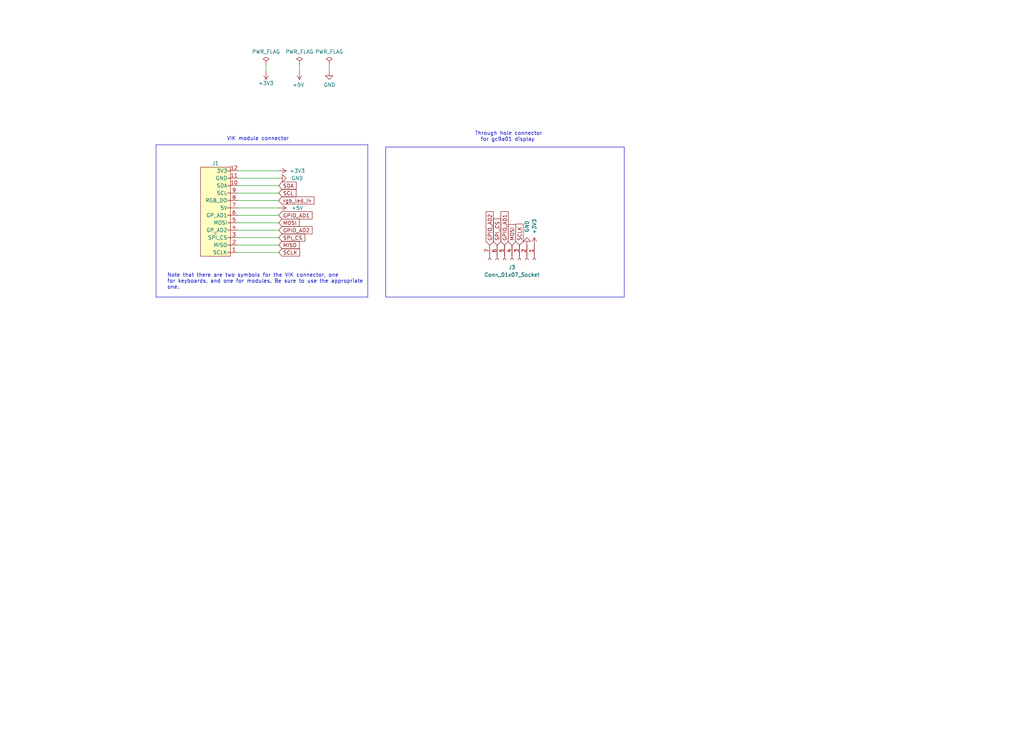
<source format=kicad_sch>
(kicad_sch (version 20230121) (generator eeschema)

  (uuid 61fe293f-6808-4b7f-9340-9aaac7054a97)

  (paper "User" 350.012 250.012)

  (lib_symbols
    (symbol "Connector:Conn_01x07_Socket" (pin_names (offset 1.016) hide) (in_bom yes) (on_board yes)
      (property "Reference" "J" (at 0 10.16 0)
        (effects (font (size 1.27 1.27)))
      )
      (property "Value" "Conn_01x07_Socket" (at 0 -10.16 0)
        (effects (font (size 1.27 1.27)))
      )
      (property "Footprint" "" (at 0 0 0)
        (effects (font (size 1.27 1.27)) hide)
      )
      (property "Datasheet" "~" (at 0 0 0)
        (effects (font (size 1.27 1.27)) hide)
      )
      (property "ki_locked" "" (at 0 0 0)
        (effects (font (size 1.27 1.27)))
      )
      (property "ki_keywords" "connector" (at 0 0 0)
        (effects (font (size 1.27 1.27)) hide)
      )
      (property "ki_description" "Generic connector, single row, 01x07, script generated" (at 0 0 0)
        (effects (font (size 1.27 1.27)) hide)
      )
      (property "ki_fp_filters" "Connector*:*_1x??_*" (at 0 0 0)
        (effects (font (size 1.27 1.27)) hide)
      )
      (symbol "Conn_01x07_Socket_1_1"
        (arc (start 0 -7.112) (mid -0.5058 -7.62) (end 0 -8.128)
          (stroke (width 0.1524) (type default))
          (fill (type none))
        )
        (arc (start 0 -4.572) (mid -0.5058 -5.08) (end 0 -5.588)
          (stroke (width 0.1524) (type default))
          (fill (type none))
        )
        (arc (start 0 -2.032) (mid -0.5058 -2.54) (end 0 -3.048)
          (stroke (width 0.1524) (type default))
          (fill (type none))
        )
        (polyline
          (pts
            (xy -1.27 -7.62)
            (xy -0.508 -7.62)
          )
          (stroke (width 0.1524) (type default))
          (fill (type none))
        )
        (polyline
          (pts
            (xy -1.27 -5.08)
            (xy -0.508 -5.08)
          )
          (stroke (width 0.1524) (type default))
          (fill (type none))
        )
        (polyline
          (pts
            (xy -1.27 -2.54)
            (xy -0.508 -2.54)
          )
          (stroke (width 0.1524) (type default))
          (fill (type none))
        )
        (polyline
          (pts
            (xy -1.27 0)
            (xy -0.508 0)
          )
          (stroke (width 0.1524) (type default))
          (fill (type none))
        )
        (polyline
          (pts
            (xy -1.27 2.54)
            (xy -0.508 2.54)
          )
          (stroke (width 0.1524) (type default))
          (fill (type none))
        )
        (polyline
          (pts
            (xy -1.27 5.08)
            (xy -0.508 5.08)
          )
          (stroke (width 0.1524) (type default))
          (fill (type none))
        )
        (polyline
          (pts
            (xy -1.27 7.62)
            (xy -0.508 7.62)
          )
          (stroke (width 0.1524) (type default))
          (fill (type none))
        )
        (arc (start 0 0.508) (mid -0.5058 0) (end 0 -0.508)
          (stroke (width 0.1524) (type default))
          (fill (type none))
        )
        (arc (start 0 3.048) (mid -0.5058 2.54) (end 0 2.032)
          (stroke (width 0.1524) (type default))
          (fill (type none))
        )
        (arc (start 0 5.588) (mid -0.5058 5.08) (end 0 4.572)
          (stroke (width 0.1524) (type default))
          (fill (type none))
        )
        (arc (start 0 8.128) (mid -0.5058 7.62) (end 0 7.112)
          (stroke (width 0.1524) (type default))
          (fill (type none))
        )
        (pin passive line (at -5.08 7.62 0) (length 3.81)
          (name "Pin_1" (effects (font (size 1.27 1.27))))
          (number "1" (effects (font (size 1.27 1.27))))
        )
        (pin passive line (at -5.08 5.08 0) (length 3.81)
          (name "Pin_2" (effects (font (size 1.27 1.27))))
          (number "2" (effects (font (size 1.27 1.27))))
        )
        (pin passive line (at -5.08 2.54 0) (length 3.81)
          (name "Pin_3" (effects (font (size 1.27 1.27))))
          (number "3" (effects (font (size 1.27 1.27))))
        )
        (pin passive line (at -5.08 0 0) (length 3.81)
          (name "Pin_4" (effects (font (size 1.27 1.27))))
          (number "4" (effects (font (size 1.27 1.27))))
        )
        (pin passive line (at -5.08 -2.54 0) (length 3.81)
          (name "Pin_5" (effects (font (size 1.27 1.27))))
          (number "5" (effects (font (size 1.27 1.27))))
        )
        (pin passive line (at -5.08 -5.08 0) (length 3.81)
          (name "Pin_6" (effects (font (size 1.27 1.27))))
          (number "6" (effects (font (size 1.27 1.27))))
        )
        (pin passive line (at -5.08 -7.62 0) (length 3.81)
          (name "Pin_7" (effects (font (size 1.27 1.27))))
          (number "7" (effects (font (size 1.27 1.27))))
        )
      )
    )
    (symbol "power:+3V3" (power) (pin_names (offset 0)) (in_bom yes) (on_board yes)
      (property "Reference" "#PWR" (at 0 -3.81 0)
        (effects (font (size 1.27 1.27)) hide)
      )
      (property "Value" "+3V3" (at 0 3.556 0)
        (effects (font (size 1.27 1.27)))
      )
      (property "Footprint" "" (at 0 0 0)
        (effects (font (size 1.27 1.27)) hide)
      )
      (property "Datasheet" "" (at 0 0 0)
        (effects (font (size 1.27 1.27)) hide)
      )
      (property "ki_keywords" "power-flag" (at 0 0 0)
        (effects (font (size 1.27 1.27)) hide)
      )
      (property "ki_description" "Power symbol creates a global label with name \"+3V3\"" (at 0 0 0)
        (effects (font (size 1.27 1.27)) hide)
      )
      (symbol "+3V3_0_1"
        (polyline
          (pts
            (xy -0.762 1.27)
            (xy 0 2.54)
          )
          (stroke (width 0) (type default))
          (fill (type none))
        )
        (polyline
          (pts
            (xy 0 0)
            (xy 0 2.54)
          )
          (stroke (width 0) (type default))
          (fill (type none))
        )
        (polyline
          (pts
            (xy 0 2.54)
            (xy 0.762 1.27)
          )
          (stroke (width 0) (type default))
          (fill (type none))
        )
      )
      (symbol "+3V3_1_1"
        (pin power_in line (at 0 0 90) (length 0) hide
          (name "+3V3" (effects (font (size 1.27 1.27))))
          (number "1" (effects (font (size 1.27 1.27))))
        )
      )
    )
    (symbol "power:+5V" (power) (pin_names (offset 0)) (in_bom yes) (on_board yes)
      (property "Reference" "#PWR" (at 0 -3.81 0)
        (effects (font (size 1.27 1.27)) hide)
      )
      (property "Value" "+5V" (at 0 3.556 0)
        (effects (font (size 1.27 1.27)))
      )
      (property "Footprint" "" (at 0 0 0)
        (effects (font (size 1.27 1.27)) hide)
      )
      (property "Datasheet" "" (at 0 0 0)
        (effects (font (size 1.27 1.27)) hide)
      )
      (property "ki_keywords" "power-flag" (at 0 0 0)
        (effects (font (size 1.27 1.27)) hide)
      )
      (property "ki_description" "Power symbol creates a global label with name \"+5V\"" (at 0 0 0)
        (effects (font (size 1.27 1.27)) hide)
      )
      (symbol "+5V_0_1"
        (polyline
          (pts
            (xy -0.762 1.27)
            (xy 0 2.54)
          )
          (stroke (width 0) (type default))
          (fill (type none))
        )
        (polyline
          (pts
            (xy 0 0)
            (xy 0 2.54)
          )
          (stroke (width 0) (type default))
          (fill (type none))
        )
        (polyline
          (pts
            (xy 0 2.54)
            (xy 0.762 1.27)
          )
          (stroke (width 0) (type default))
          (fill (type none))
        )
      )
      (symbol "+5V_1_1"
        (pin power_in line (at 0 0 90) (length 0) hide
          (name "+5V" (effects (font (size 1.27 1.27))))
          (number "1" (effects (font (size 1.27 1.27))))
        )
      )
    )
    (symbol "power:GND" (power) (pin_names (offset 0)) (in_bom yes) (on_board yes)
      (property "Reference" "#PWR" (at 0 -6.35 0)
        (effects (font (size 1.27 1.27)) hide)
      )
      (property "Value" "GND" (at 0 -3.81 0)
        (effects (font (size 1.27 1.27)))
      )
      (property "Footprint" "" (at 0 0 0)
        (effects (font (size 1.27 1.27)) hide)
      )
      (property "Datasheet" "" (at 0 0 0)
        (effects (font (size 1.27 1.27)) hide)
      )
      (property "ki_keywords" "power-flag" (at 0 0 0)
        (effects (font (size 1.27 1.27)) hide)
      )
      (property "ki_description" "Power symbol creates a global label with name \"GND\" , ground" (at 0 0 0)
        (effects (font (size 1.27 1.27)) hide)
      )
      (symbol "GND_0_1"
        (polyline
          (pts
            (xy 0 0)
            (xy 0 -1.27)
            (xy 1.27 -1.27)
            (xy 0 -2.54)
            (xy -1.27 -1.27)
            (xy 0 -1.27)
          )
          (stroke (width 0) (type default))
          (fill (type none))
        )
      )
      (symbol "GND_1_1"
        (pin power_in line (at 0 0 270) (length 0) hide
          (name "GND" (effects (font (size 1.27 1.27))))
          (number "1" (effects (font (size 1.27 1.27))))
        )
      )
    )
    (symbol "power:PWR_FLAG" (power) (pin_numbers hide) (pin_names (offset 0) hide) (in_bom yes) (on_board yes)
      (property "Reference" "#FLG" (at 0 1.905 0)
        (effects (font (size 1.27 1.27)) hide)
      )
      (property "Value" "PWR_FLAG" (at 0 3.81 0)
        (effects (font (size 1.27 1.27)))
      )
      (property "Footprint" "" (at 0 0 0)
        (effects (font (size 1.27 1.27)) hide)
      )
      (property "Datasheet" "~" (at 0 0 0)
        (effects (font (size 1.27 1.27)) hide)
      )
      (property "ki_keywords" "power-flag" (at 0 0 0)
        (effects (font (size 1.27 1.27)) hide)
      )
      (property "ki_description" "Special symbol for telling ERC where power comes from" (at 0 0 0)
        (effects (font (size 1.27 1.27)) hide)
      )
      (symbol "PWR_FLAG_0_0"
        (pin power_out line (at 0 0 90) (length 0)
          (name "pwr" (effects (font (size 1.27 1.27))))
          (number "1" (effects (font (size 1.27 1.27))))
        )
      )
      (symbol "PWR_FLAG_0_1"
        (polyline
          (pts
            (xy 0 0)
            (xy 0 1.27)
            (xy -1.016 1.905)
            (xy 0 2.54)
            (xy 1.016 1.905)
            (xy 0 1.27)
          )
          (stroke (width 0) (type default))
          (fill (type none))
        )
      )
    )
    (symbol "vik:vik-module-connector" (pin_names (offset 1)) (in_bom yes) (on_board yes)
      (property "Reference" "J" (at 0 15.875 0)
        (effects (font (size 1.27 1.27)))
      )
      (property "Value" "vik-module-connector" (at 0 -17.78 0)
        (effects (font (size 1.27 1.27)) hide)
      )
      (property "Footprint" "" (at 0 6.35 0)
        (effects (font (size 1.27 1.27)) hide)
      )
      (property "Datasheet" "" (at 0 6.35 0)
        (effects (font (size 1.27 1.27)) hide)
      )
      (symbol "vik-module-connector_1_1"
        (rectangle (start -5.08 13.97) (end 5.08 -16.51)
          (stroke (width 0) (type default))
          (fill (type background))
        )
        (rectangle (start -5.0546 -15.113) (end -4.191 -15.367)
          (stroke (width 0.1) (type default))
          (fill (type none))
        )
        (rectangle (start -5.0546 -12.573) (end -4.191 -12.827)
          (stroke (width 0.1) (type default))
          (fill (type none))
        )
        (rectangle (start -5.0546 -10.033) (end -4.191 -10.287)
          (stroke (width 0.1) (type default))
          (fill (type none))
        )
        (rectangle (start -5.0546 -7.493) (end -4.191 -7.747)
          (stroke (width 0.1) (type default))
          (fill (type none))
        )
        (rectangle (start -5.0546 -4.953) (end -4.191 -5.207)
          (stroke (width 0.1) (type default))
          (fill (type none))
        )
        (rectangle (start -5.0546 -2.413) (end -4.191 -2.667)
          (stroke (width 0.1) (type default))
          (fill (type none))
        )
        (rectangle (start -5.0546 0.127) (end -4.191 -0.127)
          (stroke (width 0.1) (type default))
          (fill (type none))
        )
        (rectangle (start -5.0546 2.667) (end -4.191 2.413)
          (stroke (width 0.1) (type default))
          (fill (type none))
        )
        (rectangle (start -5.0546 5.207) (end -4.191 4.953)
          (stroke (width 0.1) (type default))
          (fill (type none))
        )
        (rectangle (start -5.0546 7.747) (end -4.191 7.493)
          (stroke (width 0.1) (type default))
          (fill (type none))
        )
        (rectangle (start -5.0546 10.287) (end -4.191 10.033)
          (stroke (width 0.1) (type default))
          (fill (type none))
        )
        (rectangle (start -5.0546 12.827) (end -4.191 12.573)
          (stroke (width 0.1) (type default))
          (fill (type none))
        )
        (pin output line (at -7.62 12.7 0) (length 2.54)
          (name "SCLK" (effects (font (size 1.27 1.27))))
          (number "1" (effects (font (size 1.27 1.27))))
        )
        (pin bidirectional line (at -7.62 -10.16 0) (length 2.54)
          (name "SDA" (effects (font (size 1.27 1.27))))
          (number "10" (effects (font (size 1.27 1.27))))
        )
        (pin power_out line (at -7.62 -12.7 0) (length 2.54)
          (name "GND" (effects (font (size 1.27 1.27))))
          (number "11" (effects (font (size 1.27 1.27))))
        )
        (pin power_out line (at -7.62 -15.24 0) (length 2.54)
          (name "3V3" (effects (font (size 1.27 1.27))))
          (number "12" (effects (font (size 1.27 1.27))))
        )
        (pin tri_state line (at -7.62 10.16 0) (length 2.54)
          (name "MISO" (effects (font (size 1.27 1.27))))
          (number "2" (effects (font (size 1.27 1.27))))
        )
        (pin output line (at -7.62 7.62 0) (length 2.54)
          (name "SPI_CS" (effects (font (size 1.27 1.27))))
          (number "3" (effects (font (size 1.27 1.27))))
        )
        (pin bidirectional line (at -7.62 5.08 0) (length 2.54)
          (name "GP_AD2" (effects (font (size 1.27 1.27))))
          (number "4" (effects (font (size 1.27 1.27))))
        )
        (pin output line (at -7.62 2.54 0) (length 2.54)
          (name "MOSI" (effects (font (size 1.27 1.27))))
          (number "5" (effects (font (size 1.27 1.27))))
        )
        (pin bidirectional line (at -7.62 0 0) (length 2.54)
          (name "GP_AD1" (effects (font (size 1.27 1.27))))
          (number "6" (effects (font (size 1.27 1.27))))
        )
        (pin power_out line (at -7.62 -2.54 0) (length 2.54)
          (name "5V" (effects (font (size 1.27 1.27))))
          (number "7" (effects (font (size 1.27 1.27))))
        )
        (pin output line (at -7.62 -5.08 0) (length 2.54)
          (name "RGB_DO" (effects (font (size 1.27 1.27))))
          (number "8" (effects (font (size 1.27 1.27))))
        )
        (pin bidirectional line (at -7.62 -7.62 0) (length 2.54)
          (name "SCL" (effects (font (size 1.27 1.27))))
          (number "9" (effects (font (size 1.27 1.27))))
        )
      )
    )
  )


  (wire (pts (xy 81.28 58.42) (xy 95.25 58.42))
    (stroke (width 0) (type default))
    (uuid 10dd335c-495e-4e6e-afb3-92701f8b9223)
  )
  (wire (pts (xy 81.28 66.04) (xy 95.25 66.04))
    (stroke (width 0) (type default))
    (uuid 12e601b0-2ce6-47a0-bee0-90454bd8b539)
  )
  (wire (pts (xy 81.28 76.2) (xy 95.25 76.2))
    (stroke (width 0) (type default))
    (uuid 21fc78b2-4ae3-46a3-9944-c94c0613b9d2)
  )
  (wire (pts (xy 112.522 22.098) (xy 112.522 24.638))
    (stroke (width 0) (type default))
    (uuid 282c8e53-3acc-42f0-a92a-6aa976b97a93)
  )
  (wire (pts (xy 81.28 73.66) (xy 95.25 73.66))
    (stroke (width 0) (type default))
    (uuid 31136693-ec0b-4e21-a472-9b3ad3b042f1)
  )
  (polyline (pts (xy 131.826 50.292) (xy 213.36 50.292))
    (stroke (width 0) (type default))
    (uuid 31ec3079-d879-415f-b711-7fbeb8dff5c1)
  )
  (polyline (pts (xy 131.826 50.292) (xy 131.826 101.6))
    (stroke (width 0) (type default))
    (uuid 3b6428cc-54f0-4f29-8b90-336a6c6e0c32)
  )

  (wire (pts (xy 81.28 81.28) (xy 95.25 81.28))
    (stroke (width 0) (type default))
    (uuid 4f5e7bcd-4596-4d4b-a03c-121244878d37)
  )
  (wire (pts (xy 81.28 83.82) (xy 95.25 83.82))
    (stroke (width 0) (type default))
    (uuid 5f72bc70-3346-47e0-a189-975416ef2e9c)
  )
  (wire (pts (xy 81.28 60.96) (xy 95.25 60.96))
    (stroke (width 0) (type default))
    (uuid 6ded6e1a-1684-446a-88f5-8e7fd1f82cc8)
  )
  (polyline (pts (xy 131.826 101.6) (xy 213.36 101.6))
    (stroke (width 0) (type default))
    (uuid 7f4f3276-b3a8-40ce-9fc6-249ed41290ff)
  )

  (wire (pts (xy 81.28 63.5) (xy 95.25 63.5))
    (stroke (width 0) (type default))
    (uuid 8a4bb0fb-91c0-4654-9a01-2d99eddfc927)
  )
  (wire (pts (xy 102.362 22.098) (xy 102.362 24.638))
    (stroke (width 0) (type default))
    (uuid 98970bf0-1168-4b4e-a1c9-3b0c8d7eaacf)
  )
  (polyline (pts (xy 125.73 49.53) (xy 125.73 101.6))
    (stroke (width 0) (type default))
    (uuid 99bf09fb-0fae-4637-b3f3-84a889bb2043)
  )
  (polyline (pts (xy 125.73 101.6) (xy 53.34 101.6))
    (stroke (width 0) (type default))
    (uuid 9f7d949b-052d-4ce4-a723-65d6c8194f0f)
  )
  (polyline (pts (xy 53.34 49.53) (xy 53.34 101.6))
    (stroke (width 0) (type default))
    (uuid a318c8a7-6037-4ecc-bb11-17fada677db9)
  )

  (wire (pts (xy 90.932 22.098) (xy 90.932 24.638))
    (stroke (width 0) (type default))
    (uuid b12e5309-5d01-40ef-a9c3-8453e00a555e)
  )
  (wire (pts (xy 81.28 86.36) (xy 95.25 86.36))
    (stroke (width 0) (type default))
    (uuid b3e7c4cf-a423-439a-82cd-b273a6ac080b)
  )
  (polyline (pts (xy 53.34 49.53) (xy 125.73 49.53))
    (stroke (width 0) (type default))
    (uuid b50e0395-6aa2-48ca-8512-0c6bb8c6f23a)
  )

  (wire (pts (xy 81.28 68.58) (xy 95.25 68.58))
    (stroke (width 0) (type default))
    (uuid b6853bac-5ca5-47c9-91f6-2e9b2305e230)
  )
  (wire (pts (xy 81.28 71.12) (xy 95.25 71.12))
    (stroke (width 0) (type default))
    (uuid be9916ef-31e0-4b2d-b034-0d944db2af8c)
  )
  (polyline (pts (xy 213.36 101.6) (xy 213.36 50.292))
    (stroke (width 0) (type default))
    (uuid cf63ca71-43f4-4a7e-9a0e-cc2a69a483c7)
  )

  (wire (pts (xy 81.28 78.74) (xy 95.25 78.74))
    (stroke (width 0) (type default))
    (uuid ef6c1aea-b510-477e-a9ce-1c4bad719d82)
  )

  (text "Note that there are two symbols for the VIK connector, one\nfor keyboards, and one for modules. Be sure to use the appropriate\none."
    (at 57.15 99.06 0)
    (effects (font (size 1.27 1.27)) (justify left bottom))
    (uuid 4d911053-6278-4815-a7c5-3c864300c718)
  )
  (text "Through hole connector\n  for gc9a01 display" (at 162.306 48.514 0)
    (effects (font (size 1.27 1.27)) (justify left bottom))
    (uuid 58749ce1-502b-4ef2-9875-14fa93360f02)
  )
  (text "VIK module connector" (at 77.47 48.26 0)
    (effects (font (size 1.27 1.27)) (justify left bottom))
    (uuid 9c95da06-da97-4485-b74d-99b67093cae7)
  )

  (global_label "GPIO_AD1" (shape input) (at 172.466 83.82 90) (fields_autoplaced)
    (effects (font (size 1.27 1.27)) (justify left))
    (uuid 2db35e98-5c33-414a-ba26-503b1daa3fa5)
    (property "Intersheetrefs" "${INTERSHEET_REFS}" (at 172.466 72.5574 90)
      (effects (font (size 1.27 1.27)) (justify left) hide)
    )
  )
  (global_label "MOSI" (shape input) (at 175.006 83.82 90) (fields_autoplaced)
    (effects (font (size 1.27 1.27)) (justify left))
    (uuid 32e08440-4e5b-4c9c-810a-3eccbdc741fb)
    (property "Intersheetrefs" "${INTERSHEET_REFS}" (at 175.006 76.9722 90)
      (effects (font (size 1.27 1.27)) (justify left) hide)
    )
  )
  (global_label "SPI_CS" (shape input) (at 95.25 81.28 0)
    (effects (font (size 1.27 1.27)) (justify left))
    (uuid 5417e20d-8268-48e5-8932-29520f4725b5)
    (property "Intersheetrefs" "${INTERSHEET_REFS}" (at 1.27 -52.07 0)
      (effects (font (size 1.27 1.27)) hide)
    )
  )
  (global_label "SPI_CS" (shape input) (at 169.926 83.82 90)
    (effects (font (size 1.27 1.27)) (justify left))
    (uuid 54b5e448-832e-4b03-bdc1-f419765a61c8)
    (property "Intersheetrefs" "${INTERSHEET_REFS}" (at 36.576 177.8 0)
      (effects (font (size 1.27 1.27)) hide)
    )
  )
  (global_label "GPIO_AD2" (shape input) (at 95.25 78.74 0) (fields_autoplaced)
    (effects (font (size 1.27 1.27)) (justify left))
    (uuid 660cafa6-c381-4118-98f5-797a15aad996)
    (property "Intersheetrefs" "${INTERSHEET_REFS}" (at 106.5126 78.74 0)
      (effects (font (size 1.27 1.27)) (justify left) hide)
    )
  )
  (global_label "MOSI" (shape input) (at 95.25 76.2 0) (fields_autoplaced)
    (effects (font (size 1.27 1.27)) (justify left))
    (uuid 8108860b-b692-4867-b50c-03dac4951e6f)
    (property "Intersheetrefs" "${INTERSHEET_REFS}" (at 102.1704 76.1206 0)
      (effects (font (size 1.27 1.27)) (justify left) hide)
    )
  )
  (global_label "GPIO_AD2" (shape input) (at 167.386 83.82 90) (fields_autoplaced)
    (effects (font (size 1.27 1.27)) (justify left))
    (uuid 882a27b5-60b2-43ab-8fb7-d75c4001c61e)
    (property "Intersheetrefs" "${INTERSHEET_REFS}" (at 167.386 72.5574 90)
      (effects (font (size 1.27 1.27)) (justify left) hide)
    )
  )
  (global_label "SCL" (shape input) (at 95.25 66.04 0) (fields_autoplaced)
    (effects (font (size 1.27 1.27)) (justify left))
    (uuid 8b260514-2532-4a1b-8814-a53a4701e516)
    (property "Intersheetrefs" "${INTERSHEET_REFS}" (at 101.0818 65.9606 0)
      (effects (font (size 1.27 1.27)) (justify left) hide)
    )
  )
  (global_label "GPIO_AD1" (shape input) (at 95.25 73.66 0) (fields_autoplaced)
    (effects (font (size 1.27 1.27)) (justify left))
    (uuid 8c580116-1fa3-4893-86b9-2771d3ce2681)
    (property "Intersheetrefs" "${INTERSHEET_REFS}" (at 106.5126 73.66 0)
      (effects (font (size 1.27 1.27)) (justify left) hide)
    )
  )
  (global_label "MISO" (shape input) (at 95.25 83.82 0) (fields_autoplaced)
    (effects (font (size 1.27 1.27)) (justify left))
    (uuid a3adbee2-0950-4bfa-a8df-b76a4399cf48)
    (property "Intersheetrefs" "${INTERSHEET_REFS}" (at 102.1704 83.7406 0)
      (effects (font (size 1.27 1.27)) (justify left) hide)
    )
  )
  (global_label "SCLK" (shape input) (at 177.546 83.82 90) (fields_autoplaced)
    (effects (font (size 1.27 1.27)) (justify left))
    (uuid aede7286-f31f-4782-a677-8c8c760908b9)
    (property "Intersheetrefs" "${INTERSHEET_REFS}" (at 177.546 76.7908 90)
      (effects (font (size 1.27 1.27)) (justify left) hide)
    )
  )
  (global_label "SCLK" (shape input) (at 95.25 86.36 0) (fields_autoplaced)
    (effects (font (size 1.27 1.27)) (justify left))
    (uuid b888eee6-8f0c-491a-862d-32e94f5bb41a)
    (property "Intersheetrefs" "${INTERSHEET_REFS}" (at 102.3518 86.2806 0)
      (effects (font (size 1.27 1.27)) (justify left) hide)
    )
  )
  (global_label "rgb_led_in" (shape input) (at 95.25 68.58 0) (fields_autoplaced)
    (effects (font (size 1.27 1.27)) (justify left))
    (uuid e0e17498-9df8-4434-b4ba-a616f219f855)
    (property "Intersheetrefs" "${INTERSHEET_REFS}" (at 107.2504 68.5006 0)
      (effects (font (size 1.27 1.27)) (justify left) hide)
    )
  )
  (global_label "SDA" (shape input) (at 95.25 63.5 0) (fields_autoplaced)
    (effects (font (size 1.27 1.27)) (justify left))
    (uuid f61e7b9d-6274-4641-a861-b11b620e5656)
    (property "Intersheetrefs" "${INTERSHEET_REFS}" (at 101.1423 63.4206 0)
      (effects (font (size 1.27 1.27)) (justify left) hide)
    )
  )

  (symbol (lib_id "power:PWR_FLAG") (at 90.932 22.098 0) (unit 1)
    (in_bom yes) (on_board yes) (dnp no)
    (uuid 00000000-0000-0000-0000-000060f9b7b9)
    (property "Reference" "#FLG01" (at 90.932 20.193 0)
      (effects (font (size 1.27 1.27)) hide)
    )
    (property "Value" "PWR_FLAG" (at 90.932 17.7038 0)
      (effects (font (size 1.27 1.27)))
    )
    (property "Footprint" "" (at 90.932 22.098 0)
      (effects (font (size 1.27 1.27)) hide)
    )
    (property "Datasheet" "~" (at 90.932 22.098 0)
      (effects (font (size 1.27 1.27)) hide)
    )
    (pin "1" (uuid 879e49b9-fbc5-4b51-abaf-20fd01ed20a5))
    (instances
      (project "gc9a01"
        (path "/61fe293f-6808-4b7f-9340-9aaac7054a97"
          (reference "#FLG01") (unit 1)
        )
      )
    )
  )

  (symbol (lib_id "power:PWR_FLAG") (at 102.362 22.098 0) (unit 1)
    (in_bom yes) (on_board yes) (dnp no)
    (uuid 00000000-0000-0000-0000-000060fb7fba)
    (property "Reference" "#FLG02" (at 102.362 20.193 0)
      (effects (font (size 1.27 1.27)) hide)
    )
    (property "Value" "PWR_FLAG" (at 102.362 17.7038 0)
      (effects (font (size 1.27 1.27)))
    )
    (property "Footprint" "" (at 102.362 22.098 0)
      (effects (font (size 1.27 1.27)) hide)
    )
    (property "Datasheet" "~" (at 102.362 22.098 0)
      (effects (font (size 1.27 1.27)) hide)
    )
    (pin "1" (uuid e55a5f42-9a0c-4d71-a13a-76d57b877b6b))
    (instances
      (project "gc9a01"
        (path "/61fe293f-6808-4b7f-9340-9aaac7054a97"
          (reference "#FLG02") (unit 1)
        )
      )
    )
  )

  (symbol (lib_id "power:+5V") (at 102.362 24.638 180) (unit 1)
    (in_bom yes) (on_board yes) (dnp no)
    (uuid 00000000-0000-0000-0000-000060fb9a70)
    (property "Reference" "#PWR02" (at 102.362 20.828 0)
      (effects (font (size 1.27 1.27)) hide)
    )
    (property "Value" "+5V" (at 101.981 29.0322 0)
      (effects (font (size 1.27 1.27)))
    )
    (property "Footprint" "" (at 102.362 24.638 0)
      (effects (font (size 1.27 1.27)) hide)
    )
    (property "Datasheet" "" (at 102.362 24.638 0)
      (effects (font (size 1.27 1.27)) hide)
    )
    (pin "1" (uuid 74522d7f-1de2-43f7-a63b-c7cd8b82854a))
    (instances
      (project "gc9a01"
        (path "/61fe293f-6808-4b7f-9340-9aaac7054a97"
          (reference "#PWR02") (unit 1)
        )
      )
    )
  )

  (symbol (lib_id "power:GND") (at 112.522 24.638 0) (unit 1)
    (in_bom yes) (on_board yes) (dnp no)
    (uuid 00000000-0000-0000-0000-000060fd4683)
    (property "Reference" "#PWR03" (at 112.522 30.988 0)
      (effects (font (size 1.27 1.27)) hide)
    )
    (property "Value" "GND" (at 112.649 29.0322 0)
      (effects (font (size 1.27 1.27)))
    )
    (property "Footprint" "" (at 112.522 24.638 0)
      (effects (font (size 1.27 1.27)) hide)
    )
    (property "Datasheet" "" (at 112.522 24.638 0)
      (effects (font (size 1.27 1.27)) hide)
    )
    (pin "1" (uuid 86315a7f-e7a3-40cb-b198-d482a34b711d))
    (instances
      (project "gc9a01"
        (path "/61fe293f-6808-4b7f-9340-9aaac7054a97"
          (reference "#PWR03") (unit 1)
        )
      )
    )
  )

  (symbol (lib_id "power:PWR_FLAG") (at 112.522 22.098 0) (unit 1)
    (in_bom yes) (on_board yes) (dnp no)
    (uuid 00000000-0000-0000-0000-000060fd5fc5)
    (property "Reference" "#FLG03" (at 112.522 20.193 0)
      (effects (font (size 1.27 1.27)) hide)
    )
    (property "Value" "PWR_FLAG" (at 112.522 17.7038 0)
      (effects (font (size 1.27 1.27)))
    )
    (property "Footprint" "" (at 112.522 22.098 0)
      (effects (font (size 1.27 1.27)) hide)
    )
    (property "Datasheet" "~" (at 112.522 22.098 0)
      (effects (font (size 1.27 1.27)) hide)
    )
    (pin "1" (uuid d2c72173-386d-4adb-99bb-d7be2b0a8f77))
    (instances
      (project "gc9a01"
        (path "/61fe293f-6808-4b7f-9340-9aaac7054a97"
          (reference "#FLG03") (unit 1)
        )
      )
    )
  )

  (symbol (lib_id "power:GND") (at 95.25 60.96 90) (mirror x) (unit 1)
    (in_bom yes) (on_board yes) (dnp no)
    (uuid 163b8132-027e-4c21-b144-967fbfc49e96)
    (property "Reference" "#PWR0102" (at 101.6 60.96 0)
      (effects (font (size 1.27 1.27)) hide)
    )
    (property "Value" "GND" (at 101.6 60.96 90)
      (effects (font (size 1.27 1.27)))
    )
    (property "Footprint" "" (at 95.25 60.96 0)
      (effects (font (size 1.27 1.27)) hide)
    )
    (property "Datasheet" "" (at 95.25 60.96 0)
      (effects (font (size 1.27 1.27)) hide)
    )
    (pin "1" (uuid 4c90e137-60ee-44b4-be8f-199f0c5025e3))
    (instances
      (project "gc9a01"
        (path "/61fe293f-6808-4b7f-9340-9aaac7054a97"
          (reference "#PWR0102") (unit 1)
        )
      )
    )
  )

  (symbol (lib_id "Connector:Conn_01x07_Socket") (at 175.006 88.9 270) (unit 1)
    (in_bom yes) (on_board yes) (dnp no) (fields_autoplaced)
    (uuid 26566e2e-ed0a-4387-ae76-7d70045f8b90)
    (property "Reference" "J3" (at 175.006 91.44 90)
      (effects (font (size 1.27 1.27)))
    )
    (property "Value" "Conn_01x07_Socket" (at 175.006 93.98 90)
      (effects (font (size 1.27 1.27)))
    )
    (property "Footprint" "fingerpunch:Connector_THT_1x7_2.54" (at 175.006 88.9 0)
      (effects (font (size 1.27 1.27)) hide)
    )
    (property "Datasheet" "~" (at 175.006 88.9 0)
      (effects (font (size 1.27 1.27)) hide)
    )
    (pin "1" (uuid 9ecc09a7-1b9e-40d5-8bcf-5b39c4b35366))
    (pin "2" (uuid 9f96037a-54da-4b48-8ffc-54f87a1dc19a))
    (pin "3" (uuid 56bf2c4a-04be-4b65-9e18-122bd0ae56b5))
    (pin "4" (uuid d6253e99-5bb8-46d6-a894-e232a2d6fa95))
    (pin "5" (uuid f2a57ed4-a69a-40e0-b8bf-142e600b1e95))
    (pin "6" (uuid 70f4cb43-371f-42d6-8ead-daae68d1afa9))
    (pin "7" (uuid 893b3ae5-15ca-479b-b9a5-da6f36dc4335))
    (instances
      (project "gc9a01"
        (path "/61fe293f-6808-4b7f-9340-9aaac7054a97"
          (reference "J3") (unit 1)
        )
      )
    )
  )

  (symbol (lib_id "power:GND") (at 180.086 83.82 0) (mirror x) (unit 1)
    (in_bom yes) (on_board yes) (dnp no)
    (uuid 335a56f3-09d0-4cfc-ae7c-bb25c04bf430)
    (property "Reference" "#PWR01" (at 180.086 77.47 0)
      (effects (font (size 1.27 1.27)) hide)
    )
    (property "Value" "GND" (at 180.086 77.47 90)
      (effects (font (size 1.27 1.27)))
    )
    (property "Footprint" "" (at 180.086 83.82 0)
      (effects (font (size 1.27 1.27)) hide)
    )
    (property "Datasheet" "" (at 180.086 83.82 0)
      (effects (font (size 1.27 1.27)) hide)
    )
    (pin "1" (uuid 82b30312-6f9d-486c-9995-51db66a04a53))
    (instances
      (project "gc9a01"
        (path "/61fe293f-6808-4b7f-9340-9aaac7054a97"
          (reference "#PWR01") (unit 1)
        )
      )
    )
  )

  (symbol (lib_id "power:+3V3") (at 95.25 58.42 270) (unit 1)
    (in_bom yes) (on_board yes) (dnp no)
    (uuid 67306c4d-2a22-40cd-b316-e11712d228ec)
    (property "Reference" "#PWR0101" (at 91.44 58.42 0)
      (effects (font (size 1.27 1.27)) hide)
    )
    (property "Value" "+3V3" (at 101.6 58.42 90)
      (effects (font (size 1.27 1.27)))
    )
    (property "Footprint" "" (at 95.25 58.42 0)
      (effects (font (size 1.27 1.27)) hide)
    )
    (property "Datasheet" "" (at 95.25 58.42 0)
      (effects (font (size 1.27 1.27)) hide)
    )
    (pin "1" (uuid a0f5fd1f-f76d-422d-97a9-405f81bef1e1))
    (instances
      (project "gc9a01"
        (path "/61fe293f-6808-4b7f-9340-9aaac7054a97"
          (reference "#PWR0101") (unit 1)
        )
      )
    )
  )

  (symbol (lib_id "power:+5V") (at 95.25 71.12 270) (unit 1)
    (in_bom yes) (on_board yes) (dnp no)
    (uuid 92518f24-2ed3-4b3b-899e-9e2b912b790a)
    (property "Reference" "#PWR0104" (at 91.44 71.12 0)
      (effects (font (size 1.27 1.27)) hide)
    )
    (property "Value" "+5V" (at 101.6 71.12 90)
      (effects (font (size 1.27 1.27)))
    )
    (property "Footprint" "" (at 95.25 71.12 0)
      (effects (font (size 1.27 1.27)) hide)
    )
    (property "Datasheet" "" (at 95.25 71.12 0)
      (effects (font (size 1.27 1.27)) hide)
    )
    (pin "1" (uuid 067ed21b-c41d-4bb4-867f-17ca23886846))
    (instances
      (project "gc9a01"
        (path "/61fe293f-6808-4b7f-9340-9aaac7054a97"
          (reference "#PWR0104") (unit 1)
        )
      )
    )
  )

  (symbol (lib_id "power:+3V3") (at 182.626 83.82 0) (unit 1)
    (in_bom yes) (on_board yes) (dnp no)
    (uuid 9ae97d3d-41cb-4c42-8c6a-769213f838da)
    (property "Reference" "#PWR04" (at 182.626 87.63 0)
      (effects (font (size 1.27 1.27)) hide)
    )
    (property "Value" "+3V3" (at 182.626 77.47 90)
      (effects (font (size 1.27 1.27)))
    )
    (property "Footprint" "" (at 182.626 83.82 0)
      (effects (font (size 1.27 1.27)) hide)
    )
    (property "Datasheet" "" (at 182.626 83.82 0)
      (effects (font (size 1.27 1.27)) hide)
    )
    (pin "1" (uuid 9bda75b7-a366-48e6-bde2-1d9069383c80))
    (instances
      (project "gc9a01"
        (path "/61fe293f-6808-4b7f-9340-9aaac7054a97"
          (reference "#PWR04") (unit 1)
        )
      )
    )
  )

  (symbol (lib_id "power:+3V3") (at 90.932 24.638 180) (unit 1)
    (in_bom yes) (on_board yes) (dnp no)
    (uuid e00c8349-6e8c-415c-9424-a5256c6d14c4)
    (property "Reference" "#PWR0112" (at 90.932 20.828 0)
      (effects (font (size 1.27 1.27)) hide)
    )
    (property "Value" "+3V3" (at 90.932 28.448 0)
      (effects (font (size 1.27 1.27)))
    )
    (property "Footprint" "" (at 90.932 24.638 0)
      (effects (font (size 1.27 1.27)) hide)
    )
    (property "Datasheet" "" (at 90.932 24.638 0)
      (effects (font (size 1.27 1.27)) hide)
    )
    (pin "1" (uuid b6b005a3-6aa8-4642-902f-c3f80828fbe1))
    (instances
      (project "gc9a01"
        (path "/61fe293f-6808-4b7f-9340-9aaac7054a97"
          (reference "#PWR0112") (unit 1)
        )
      )
    )
  )

  (symbol (lib_id "vik:vik-module-connector") (at 73.66 73.66 180) (unit 1)
    (in_bom yes) (on_board yes) (dnp no)
    (uuid e19961b6-5f80-4a55-8d46-0069dc5df3ee)
    (property "Reference" "J1" (at 73.66 55.88 0)
      (effects (font (size 1.27 1.27)))
    )
    (property "Value" "~" (at 73.66 80.01 0)
      (effects (font (size 1.27 1.27)))
    )
    (property "Footprint" "vik:vik-module-connector-horizontal" (at 73.66 80.01 0)
      (effects (font (size 1.27 1.27)) hide)
    )
    (property "Datasheet" "" (at 73.66 80.01 0)
      (effects (font (size 1.27 1.27)) hide)
    )
    (property "LCSC" "C479750" (at 73.66 73.66 0)
      (effects (font (size 1.27 1.27)) hide)
    )
    (pin "1" (uuid a8c05ef1-aec2-4289-aa12-0170e3ca7e79))
    (pin "10" (uuid a883b4cd-409a-4dfa-bbf1-96e81737fedf))
    (pin "11" (uuid 59c135ce-94ac-4368-ba93-10aa8e9a373f))
    (pin "12" (uuid 3df895ed-795b-4211-821b-0075d23b4f32))
    (pin "2" (uuid e42308ef-8be2-4197-8731-5aaa394658d3))
    (pin "3" (uuid e0b32b0f-0e25-4848-a9ca-b6f86e5b9e44))
    (pin "4" (uuid 1bad4ae9-9816-4276-8f50-0440e8bd2afb))
    (pin "5" (uuid 4456ab6e-70df-475f-905e-4a78f7aef657))
    (pin "6" (uuid 9e3e0fe3-40ec-4a6b-acf4-b9956f2d624c))
    (pin "7" (uuid 9ccc70d2-801f-40bb-bcd9-f8c735bfcd9f))
    (pin "8" (uuid 1ea1dda6-08d4-47d2-9c62-718d16df238c))
    (pin "9" (uuid c423d068-3aac-454b-b943-090beb7546a7))
    (instances
      (project "gc9a01"
        (path "/61fe293f-6808-4b7f-9340-9aaac7054a97"
          (reference "J1") (unit 1)
        )
      )
    )
  )

  (sheet_instances
    (path "/" (page "1"))
  )
)

</source>
